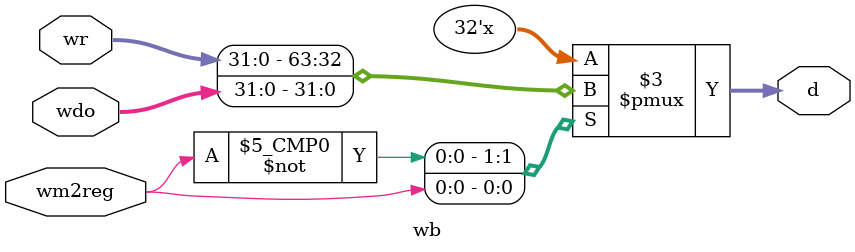
<source format=v>
`timescale 1ns / 1ps


module ProgramCounter(
    input [31:0] newPc,
    input clk,
    output reg [31:0] Pc);
    
    always @ (posedge clk) begin
        Pc = newPc;
    end
endmodule
 
module adder (
    input [31:0] Pc,
    output reg [31:0] newPc);
    
    initial begin
        newPc = 32'd100;
    end
    always @ (*) begin
        newPc = Pc + 4;
    end
endmodule


module IFID(
    input [31:0] doin,
    input clk,
    output reg [31:0] doout);
    
    always @ (posedge clk) begin
        doout = doin;
    end
endmodule


module InstrFetch(
    input [31:0] a,
    output reg [31:0] do
    );
    
    reg [31:0]mem[0:128];

    initial
    begin    
        mem[32'd100] = 32'h8C220000;
        mem[32'd104] = 32'h8C230004;
        mem[32'd108] = 32'h8C240008;
        mem[32'd112] = 32'h8c25000C;
        mem[32'd116] = 32'h004A3020;
    end
    
    always @ (*)
    begin
        //$display("mem[a] = %h", mem[a]);
        do = mem[a];
        //$display("do = %h", do);
    end
endmodule


module ControlUnit(
    //just output values, not used
    input [31:0] op,
    //input [31:0] func,
    output reg wreg,
    output reg m2reg,
    output reg wmem,
    output reg[1:0] aluc,
    output reg aluimm,
    output reg regrt    
    );
    
    reg [5:0] opcode;
    
    always @ (*)
    begin 
        opcode = op[31:26];
        case(opcode)
            //R type instruction
            6'b000000:
            begin
                regrt=0;
                aluc=2'b10;
                wreg=1;
                aluimm=0;
                wmem=0;
                m2reg=0;
            end
            //I type instruction
            default:
            begin
                regrt=1;
                aluc=2'b00;
                wreg=1;
                aluimm=1;
                wmem=0;
                m2reg=1;
            end
        endcase
    end
endmodule


module RorI(
    input [31:0] rd,
    //input [31:0] rt,
    input regrt,
    output reg[4:0] stuff
);
    wire[4:0] rd2;
    wire[4:0] rt;
    assign rd2 = rd[15:11];
    assign rt = rd[20:16];

    always @ (*)
    begin
        case(regrt)    
            1'b0:stuff=rd2;
            1'b1:stuff=rt;
        endcase
    end
endmodule


module InstrReg(
    input [31:0] rna, //address
    input clk,
    input we,
    //wn is register write
    input [4:0] wn,
    //d is data
    input [31:0] d,
    output reg[31:0] QA,
    output reg[31:0] QB
    );
    
    reg[4:0] rnaa;
    reg[4:0] rnb;
    reg [31:0]ireg[0:31];
    integer i;

    
    initial 
    begin        
        for (i=0; i < 32; i=i+1) begin
            ireg[i]=32'd0; 
        end
    end
        
    
    always @ (posedge clk)
    begin
        
        case(we)
            //J and sw type
            1'b0:ireg[wn]=d;
            //R and lw type
            1'b1:ireg[wn]=d;
        endcase
        
    end
    always @ (negedge clk) begin
        rnaa = rna[25:21];
        rnb = rna[20:16];
        QA = ireg[rnaa];
        QB = ireg[rnb];
        $display("%b %b",ireg[rnaa], ireg[rnb]);
    end
    
endmodule    
    
    
module signext(
    input [31:0] imm,
    output reg[31:0] imm2 
    );
    
    reg[15:0] immtemp;
    reg[31:0] temp;
    
    always @ (*)
    begin
        immtemp = imm[15:0];   
        immtemp = immtemp>>15;
        case(immtemp)
            16'd1:
            begin
                temp[15:0] = imm[15:0];
                temp[31:16] = 16'h1111;
                imm2 = temp;
            end
            default:
            begin
                temp[15:0] = imm[15:0];
                temp[31:16] = 16'h0000;
                imm2 = temp;
            end
        endcase
     end
  
endmodule


module IDEXE(
    input clk,
    input wreg,
    input m2reg,
    input wmem,
    input [1:0] aluc,
    input aluimm,
    input [4:0] writeback,
    input [31:0] QA,
    input [31:0] QB,
    input [31:0] imm,
    input [31:0] immext,
    output reg ewreg,
    output reg em2reg,
    output reg ewmem,
    output reg[1:0] ealuc,
    output reg ealuimm,
    output reg[4:0] wn,
    output reg[31:0] eQA,
    output reg[31:0] eQB,
    output reg[5:0] eimm,
    output reg[31:0] eimm2
    );

    always @ (posedge clk) begin
        ewreg=wreg;
        em2reg=m2reg;
        ewmem=wmem;
        ealuc=aluc;
        ealuimm=aluimm;
        wn=writeback;
        eQA=QA;
        eQB=QB;
        eimm2=immext;
        eimm=imm[5:0];
    end
endmodule

module eQBorIMM2(
    input ealuimm,
    input [31:0] eQB,
    input [31:0] eimm2,
    output reg[31:0] select
    );

    always @ (*) begin
    case(ealuimm)
        1'b0:select=eQB;
        1'b1:select=eimm2;
    endcase
    end
endmodule

module ALUcontrol(
    input [1:0] aluop,
    input [5:0] func,
    output reg[3:0] aluc
    );
    
    always @ (*)
    begin
        case(aluc)
            //branch
            2'b01:aluc=4'b0110; //subtract
            //R type
            2'b10:
            begin
                case(func)
                    6'b100000:aluc=4'b0010; //add
                    6'b100010:aluc=4'b0110; //subtract
                    6'b100100:aluc=4'b0000; //AND
                    6'b100101:aluc=4'b0001; //OR
                    6'b101010:aluc=4'b0111; //slt
                endcase
            end
            //I type
            default: aluc=4'b0010; //add
        endcase
    end
endmodule


module ALU(
    input [31:0] a,
    input [31:0] b,
    input [3:0] aluc,
    output reg [31:0] r
);
    always @ (*) begin
        case(aluc)
            4'b0010: r=a+b; //add
            4'b0110: r=a-b; //subtract
            4'b0000: r=a&b; //and
            4'b0001: r=a|b; //or
            4'b0111: r=a<b; //slt
        endcase
    end
endmodule

module EXEMEM(
    input clk,
    input ewreg,
    input em2reg,
    input ewmem, 
    input [4:0] ewn,
    input [31:0] er,
    input [31:0] eeQB,
    output reg mwreg,
    output reg mm2reg,
    output reg mwmem,
    output reg[4:0] mwn,
    output reg[31:0] mr,
    output reg[31:0] meQB
);

    always @ (posedge clk) begin
        mwreg=ewreg;
        mm2reg=em2reg;
        mwmem=ewmem;
        mwn=ewn;
        mr=er;
        meQB=eeQB;
    end

endmodule

module DataMem(
    input we,
    input [31:0] a,
    input [31:0] di,
    output reg[31:0] do
    );
    
    reg [31:0]dmem[0:128];
    
    initial
    begin
        dmem[32'd0] = 32'hA00000AA;
        dmem[32'd4] = 32'h10000011;
        dmem[32'd8] = 32'h20000022;
        dmem[32'd12] = 32'h30000033;
        dmem[32'd16] = 32'h40000044;
        dmem[32'd20] = 32'h50000055;
        dmem[32'd24] = 32'h60000066;
        dmem[32'd28] = 32'h70000077;
        dmem[32'd32] = 32'h80000088;
        dmem[32'd36] = 32'h90000099;
    end
    
    always @ (*) begin
        //perform mad combos here
        case(we)
            // load word
            1'b0:
            begin
                do=dmem[a];
            end
            //store word
            1'b1:
            begin
                dmem[a]=di;
            end
        endcase
    end
endmodule

module MEMWB(
    input clk,
    input mwreg,
    input mm2reg,
    input [4:0] mwn,
    input [31:0] mr,
    input [31:0] do,
    output reg wwreg,
    output reg wm2reg,
    output reg[4:0] wn,
    output reg[31:0] wr,
    output reg[31:0] wdo
    );

    always @ (posedge clk) begin
        wwreg=mwreg;
        wm2reg=mm2reg;
        wn=mwn;
        wr=mr;
        wdo=do;
    end

endmodule

module wb(
    input [31:0] wr,
    input [31:0] wdo,
    input wm2reg,
    output reg[31:0] d
    );
    
    // R type m2reg is 0
    always @ (*) begin
        case(wm2reg)
            1'b0:d=wr;
            1'b1:d=wdo;
        endcase
    end
endmodule
</source>
